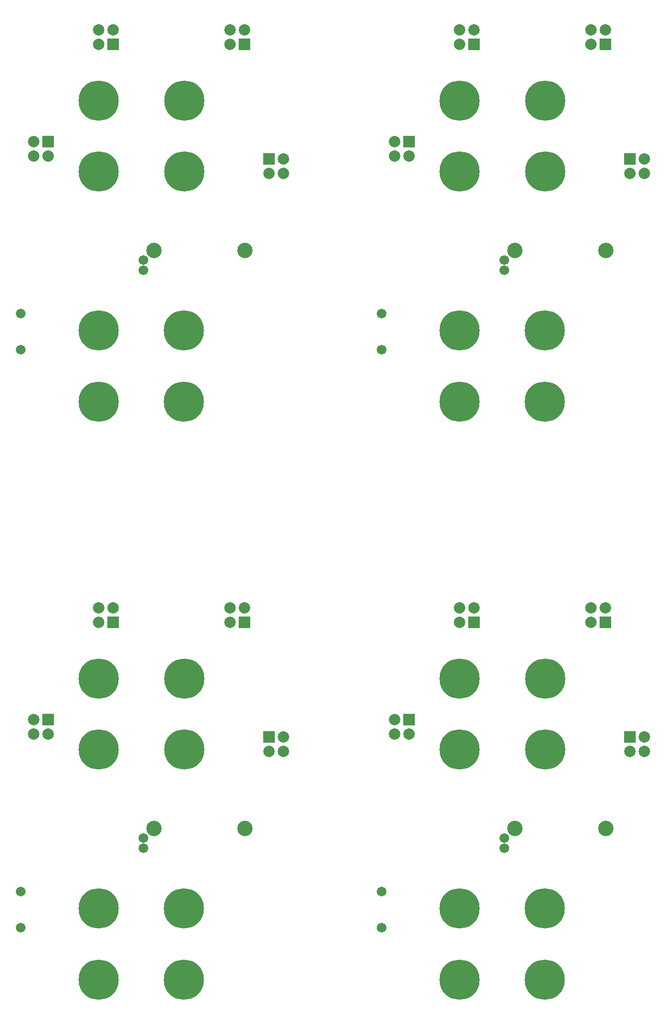
<source format=gts>
%FSLAX25Y25*%
%MOIN*%
G70*
G01*
G75*
G04 Layer_Color=8388736*
%ADD10C,0.05906*%
%ADD11C,0.07087*%
%ADD12R,0.07087X0.07087*%
%ADD13C,0.27000*%
%ADD14R,0.07087X0.07087*%
%ADD15C,0.09843*%
%ADD16R,0.09055X0.05906*%
%ADD17C,0.05000*%
%ADD18C,0.06000*%
%ADD19R,0.23000X0.29000*%
%ADD20R,0.50800X0.48500*%
%ADD21R,0.25000X0.07000*%
%ADD22R,0.71440X1.29200*%
%ADD23R,0.94240X1.26700*%
%ADD24R,0.80583X2.30800*%
%ADD25R,0.73443X0.74200*%
%ADD26R,0.18000X0.18000*%
%ADD27R,0.26000X0.12800*%
%ADD28R,0.18000X2.24000*%
%ADD29C,0.00787*%
%ADD30C,0.01000*%
%ADD31C,0.00800*%
%ADD32C,0.00591*%
%ADD33C,0.06706*%
%ADD34C,0.07887*%
%ADD35R,0.07887X0.07887*%
%ADD36C,0.27800*%
%ADD37R,0.07887X0.07887*%
%ADD38C,0.10642*%
D33*
X380000Y241000D02*
D03*
X465000Y278000D02*
D03*
X380000Y216000D02*
D03*
X465000Y271000D02*
D03*
X380000Y641000D02*
D03*
X465000Y678000D02*
D03*
X380000Y616000D02*
D03*
X465000Y671000D02*
D03*
X130000Y641000D02*
D03*
X215000Y678000D02*
D03*
X130000Y616000D02*
D03*
X215000Y671000D02*
D03*
X130000Y216000D02*
D03*
X215000Y271000D02*
D03*
X130000Y241000D02*
D03*
X215000Y278000D02*
D03*
D34*
X562000Y338000D02*
D03*
X552000D02*
D03*
X562000Y348000D02*
D03*
X434000Y437332D02*
D03*
X444000D02*
D03*
X434000Y427332D02*
D03*
X389000Y350000D02*
D03*
Y360000D02*
D03*
X399000Y350000D02*
D03*
X525000Y437332D02*
D03*
X535000D02*
D03*
X525000Y427332D02*
D03*
X562000Y738000D02*
D03*
X552000D02*
D03*
X562000Y748000D02*
D03*
X434000Y837332D02*
D03*
X444000D02*
D03*
X434000Y827332D02*
D03*
X389000Y750000D02*
D03*
Y760000D02*
D03*
X399000Y750000D02*
D03*
X525000Y837332D02*
D03*
X535000D02*
D03*
X525000Y827332D02*
D03*
X312000Y738000D02*
D03*
X302000D02*
D03*
X312000Y748000D02*
D03*
X184000Y837332D02*
D03*
X194000D02*
D03*
X184000Y827332D02*
D03*
X139000Y750000D02*
D03*
Y760000D02*
D03*
X149000Y750000D02*
D03*
X275000Y837332D02*
D03*
X285000D02*
D03*
X275000Y827332D02*
D03*
Y437332D02*
D03*
X285000D02*
D03*
X275000Y427332D02*
D03*
X139000Y350000D02*
D03*
Y360000D02*
D03*
X149000Y350000D02*
D03*
X184000Y437332D02*
D03*
X194000D02*
D03*
X184000Y427332D02*
D03*
X312000Y338000D02*
D03*
X302000D02*
D03*
X312000Y348000D02*
D03*
D35*
X552000D02*
D03*
X444000Y427332D02*
D03*
X535000D02*
D03*
X552000Y748000D02*
D03*
X444000Y827332D02*
D03*
X535000D02*
D03*
X302000Y748000D02*
D03*
X194000Y827332D02*
D03*
X285000D02*
D03*
Y427332D02*
D03*
X194000D02*
D03*
X302000Y348000D02*
D03*
D36*
X493173Y339200D02*
D03*
X434151D02*
D03*
Y388400D02*
D03*
X493173D02*
D03*
X434130Y229300D02*
D03*
X493151D02*
D03*
Y180100D02*
D03*
X434130D02*
D03*
X493173Y739200D02*
D03*
X434151D02*
D03*
Y788400D02*
D03*
X493173D02*
D03*
X434130Y629300D02*
D03*
X493151D02*
D03*
Y580100D02*
D03*
X434130D02*
D03*
X243173Y739200D02*
D03*
X184151D02*
D03*
Y788400D02*
D03*
X243173D02*
D03*
X184130Y629300D02*
D03*
X243151D02*
D03*
Y580100D02*
D03*
X184130D02*
D03*
Y229300D02*
D03*
X243151D02*
D03*
Y180100D02*
D03*
X184130D02*
D03*
X243173Y339200D02*
D03*
X184151D02*
D03*
Y388400D02*
D03*
X243173D02*
D03*
D37*
X399000Y360000D02*
D03*
Y760000D02*
D03*
X149000D02*
D03*
Y360000D02*
D03*
D38*
X535392Y284700D02*
D03*
X472400Y284700D02*
D03*
X535392Y684700D02*
D03*
X472400Y684700D02*
D03*
X285392Y684700D02*
D03*
X222400Y684700D02*
D03*
X285392Y284700D02*
D03*
X222400Y284700D02*
D03*
M02*

</source>
